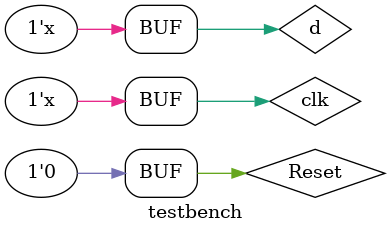
<source format=v>
`timescale 1ns / 1ps
module testbench( );
    //Defining signal lines
    reg clk = 0;       //Clock signal, register type
    reg d = 0;         //Data signal, register type
    reg Reset = 0;     //Reset signal
    wire q;            //Output signal Q
    wire qb;           //Output signal ~Q, Q inversion
    //Inatantiate D flip-flop
    Lab_4_2 test(
        .clk(clk),
        .reset(Reset),
        .d(d),
        .q(q),
        .qb(qb)
    );
    //Initialize the statement, only once
    initial
        begin
            clk = 0;
            d = 0;
            #100;
            Reset = 1;
            #400
            Reset = 0;
        end
    //Generate clock excitation 20ns period: data excitation, 30ns period
    always #20 clk = ~clk;
    always #30 d = ~d;
endmodule


</source>
